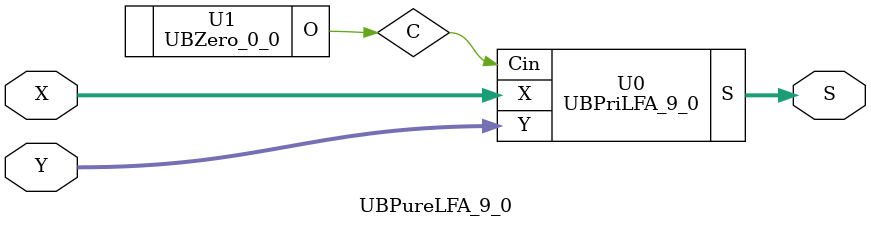
<source format=v>
/*----------------------------------------------------------------------------
  Copyright (c) 2021 Homma laboratory. All rights reserved.

  Top module: UBLFA_9_0_9_0

  Operand-1 length: 10
  Operand-2 length: 10
  Two-operand addition algorithm: Ladner-Fischer adder
----------------------------------------------------------------------------*/

module GPGenerator(Go, Po, A, B);
  output Go;
  output Po;
  input A;
  input B;
  assign Go = A & B;
  assign Po = A ^ B;
endmodule

module CarryOperator(Go, Po, Gi1, Pi1, Gi2, Pi2);
  output Go;
  output Po;
  input Gi1;
  input Gi2;
  input Pi1;
  input Pi2;
  assign Go = Gi1 | ( Gi2 & Pi1 );
  assign Po = Pi1 & Pi2;
endmodule

module UBPriLFA_9_0(S, X, Y, Cin);
  output [10:0] S;
  input Cin;
  input [9:0] X;
  input [9:0] Y;
  wire [9:0] G0;
  wire [9:0] G1;
  wire [9:0] G2;
  wire [9:0] G3;
  wire [9:0] G4;
  wire [9:0] P0;
  wire [9:0] P1;
  wire [9:0] P2;
  wire [9:0] P3;
  wire [9:0] P4;
  assign P1[0] = P0[0];
  assign G1[0] = G0[0];
  assign P1[2] = P0[2];
  assign G1[2] = G0[2];
  assign P1[4] = P0[4];
  assign G1[4] = G0[4];
  assign P1[6] = P0[6];
  assign G1[6] = G0[6];
  assign P1[8] = P0[8];
  assign G1[8] = G0[8];
  assign P2[0] = P1[0];
  assign G2[0] = G1[0];
  assign P2[1] = P1[1];
  assign G2[1] = G1[1];
  assign P2[4] = P1[4];
  assign G2[4] = G1[4];
  assign P2[5] = P1[5];
  assign G2[5] = G1[5];
  assign P2[8] = P1[8];
  assign G2[8] = G1[8];
  assign P2[9] = P1[9];
  assign G2[9] = G1[9];
  assign P3[0] = P2[0];
  assign G3[0] = G2[0];
  assign P3[1] = P2[1];
  assign G3[1] = G2[1];
  assign P3[2] = P2[2];
  assign G3[2] = G2[2];
  assign P3[3] = P2[3];
  assign G3[3] = G2[3];
  assign P3[8] = P2[8];
  assign G3[8] = G2[8];
  assign P3[9] = P2[9];
  assign G3[9] = G2[9];
  assign P4[0] = P3[0];
  assign G4[0] = G3[0];
  assign P4[1] = P3[1];
  assign G4[1] = G3[1];
  assign P4[2] = P3[2];
  assign G4[2] = G3[2];
  assign P4[3] = P3[3];
  assign G4[3] = G3[3];
  assign P4[4] = P3[4];
  assign G4[4] = G3[4];
  assign P4[5] = P3[5];
  assign G4[5] = G3[5];
  assign P4[6] = P3[6];
  assign G4[6] = G3[6];
  assign P4[7] = P3[7];
  assign G4[7] = G3[7];
  assign S[0] = Cin ^ P0[0];
  assign S[1] = ( G4[0] | ( P4[0] & Cin ) ) ^ P0[1];
  assign S[2] = ( G4[1] | ( P4[1] & Cin ) ) ^ P0[2];
  assign S[3] = ( G4[2] | ( P4[2] & Cin ) ) ^ P0[3];
  assign S[4] = ( G4[3] | ( P4[3] & Cin ) ) ^ P0[4];
  assign S[5] = ( G4[4] | ( P4[4] & Cin ) ) ^ P0[5];
  assign S[6] = ( G4[5] | ( P4[5] & Cin ) ) ^ P0[6];
  assign S[7] = ( G4[6] | ( P4[6] & Cin ) ) ^ P0[7];
  assign S[8] = ( G4[7] | ( P4[7] & Cin ) ) ^ P0[8];
  assign S[9] = ( G4[8] | ( P4[8] & Cin ) ) ^ P0[9];
  assign S[10] = G4[9] | ( P4[9] & Cin );
  GPGenerator U0 (G0[0], P0[0], X[0], Y[0]);
  GPGenerator U1 (G0[1], P0[1], X[1], Y[1]);
  GPGenerator U2 (G0[2], P0[2], X[2], Y[2]);
  GPGenerator U3 (G0[3], P0[3], X[3], Y[3]);
  GPGenerator U4 (G0[4], P0[4], X[4], Y[4]);
  GPGenerator U5 (G0[5], P0[5], X[5], Y[5]);
  GPGenerator U6 (G0[6], P0[6], X[6], Y[6]);
  GPGenerator U7 (G0[7], P0[7], X[7], Y[7]);
  GPGenerator U8 (G0[8], P0[8], X[8], Y[8]);
  GPGenerator U9 (G0[9], P0[9], X[9], Y[9]);
  CarryOperator U10 (G1[1], P1[1], G0[1], P0[1], G0[0], P0[0]);
  CarryOperator U11 (G1[3], P1[3], G0[3], P0[3], G0[2], P0[2]);
  CarryOperator U12 (G1[5], P1[5], G0[5], P0[5], G0[4], P0[4]);
  CarryOperator U13 (G1[7], P1[7], G0[7], P0[7], G0[6], P0[6]);
  CarryOperator U14 (G1[9], P1[9], G0[9], P0[9], G0[8], P0[8]);
  CarryOperator U15 (G2[2], P2[2], G1[2], P1[2], G1[1], P1[1]);
  CarryOperator U16 (G2[3], P2[3], G1[3], P1[3], G1[1], P1[1]);
  CarryOperator U17 (G2[6], P2[6], G1[6], P1[6], G1[5], P1[5]);
  CarryOperator U18 (G2[7], P2[7], G1[7], P1[7], G1[5], P1[5]);
  CarryOperator U19 (G3[4], P3[4], G2[4], P2[4], G2[3], P2[3]);
  CarryOperator U20 (G3[5], P3[5], G2[5], P2[5], G2[3], P2[3]);
  CarryOperator U21 (G3[6], P3[6], G2[6], P2[6], G2[3], P2[3]);
  CarryOperator U22 (G3[7], P3[7], G2[7], P2[7], G2[3], P2[3]);
  CarryOperator U23 (G4[8], P4[8], G3[8], P3[8], G3[7], P3[7]);
  CarryOperator U24 (G4[9], P4[9], G3[9], P3[9], G3[7], P3[7]);
endmodule

module UBZero_0_0(O);
  output [0:0] O;
  assign O[0] = 0;
endmodule

module UBLFA_9_0_9_0 (S, X, Y);
  output [10:0] S;
  input [9:0] X;
  input [9:0] Y;
  UBPureLFA_9_0 U0 (S[10:0], X[9:0], Y[9:0]);
endmodule

module UBPureLFA_9_0 (S, X, Y);
  output [10:0] S;
  input [9:0] X;
  input [9:0] Y;
  wire C;
  UBPriLFA_9_0 U0 (S, X, Y, C);
  UBZero_0_0 U1 (C);
endmodule


</source>
